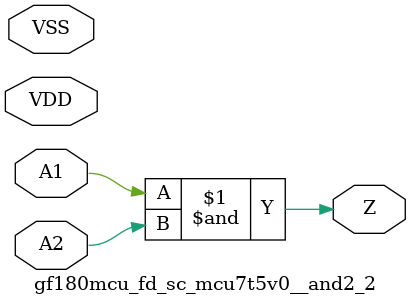
<source format=v>

module gf180mcu_fd_sc_mcu7t5v0__and2_2( A1, A2, Z, VDD, VSS );
input A1, A2;
inout VDD, VSS;
output Z;

	and MGM_BG_0( Z, A1, A2 );

endmodule

</source>
